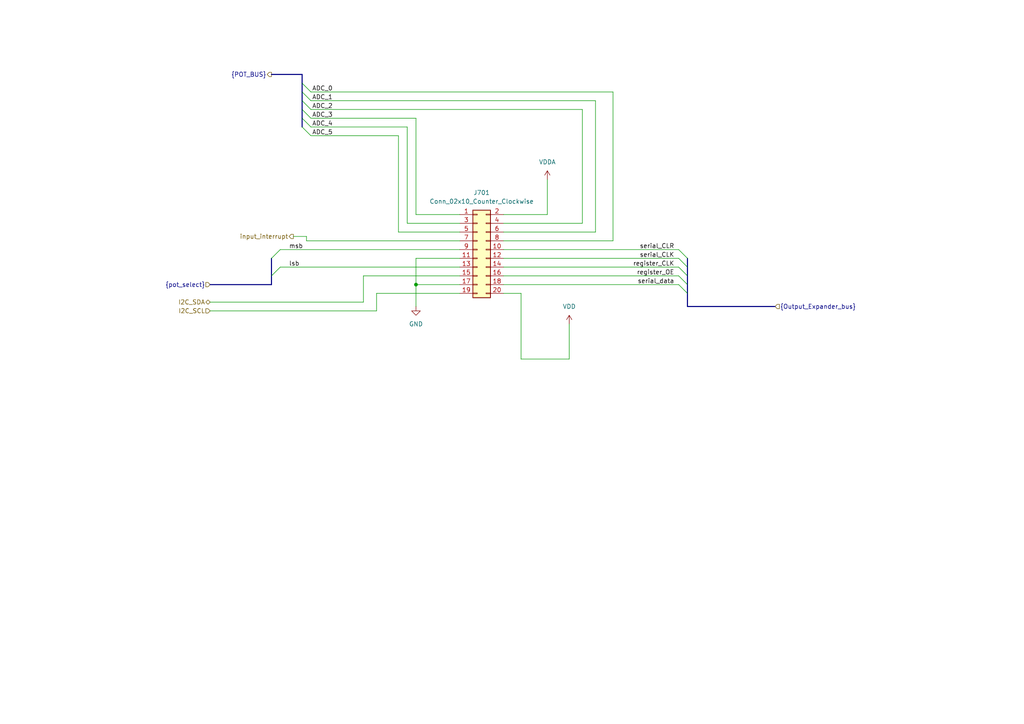
<source format=kicad_sch>
(kicad_sch (version 20230121) (generator eeschema)
  (paper "A4")
  (lib_symbols
    (symbol "Connector_Generic:Conn_02x10_Odd_Even" (pin_names (offset 1.016) hide)
      (property "Reference" "J" (at 1.27 12.7 0))
      (property "Value" "Conn_02x10_Odd_Even" (at 1.27 -15.24 0))
      (symbol "Conn_02x10_Odd_Even_1_1"
        (rectangle (start -1.27 -12.573) (end 0 -12.827) (stroke (width 0.1524)))
        (rectangle (start -1.27 -10.033) (end 0 -10.287) (stroke (width 0.1524)))
        (rectangle (start -1.27 -7.493) (end 0 -7.747) (stroke (width 0.1524)))
        (rectangle (start -1.27 -4.953) (end 0 -5.207) (stroke (width 0.1524)))
        (rectangle (start -1.27 -2.413) (end 0 -2.667) (stroke (width 0.1524)))
        (rectangle (start -1.27 0.127) (end 0 -0.127) (stroke (width 0.1524)))
        (rectangle (start -1.27 2.667) (end 0 2.413) (stroke (width 0.1524)))
        (rectangle (start -1.27 5.207) (end 0 4.953) (stroke (width 0.1524)))
        (rectangle (start -1.27 7.747) (end 0 7.493) (stroke (width 0.1524)))
        (rectangle (start -1.27 10.287) (end 0 10.033) (stroke (width 0.1524)))
        (rectangle (start -1.27 11.43) (end 3.81 -13.97) (stroke (width 0.254)) (fill (type background)))
        (rectangle (start 3.81 -12.573) (end 2.54 -12.827) (stroke (width 0.1524)))
        (rectangle (start 3.81 -10.033) (end 2.54 -10.287) (stroke (width 0.1524)))
        (rectangle (start 3.81 -7.493) (end 2.54 -7.747) (stroke (width 0.1524)))
        (rectangle (start 3.81 -4.953) (end 2.54 -5.207) (stroke (width 0.1524)))
        (rectangle (start 3.81 -2.413) (end 2.54 -2.667) (stroke (width 0.1524)))
        (rectangle (start 3.81 0.127) (end 2.54 -0.127) (stroke (width 0.1524)))
        (rectangle (start 3.81 2.667) (end 2.54 2.413) (stroke (width 0.1524)))
        (rectangle (start 3.81 5.207) (end 2.54 4.953) (stroke (width 0.1524)))
        (rectangle (start 3.81 7.747) (end 2.54 7.493) (stroke (width 0.1524)))
        (rectangle (start 3.81 10.287) (end 2.54 10.033) (stroke (width 0.1524)))
        (pin passive line (at -5.08 10.16 0) (length 3.81) (name "Pin_1") (number "1"))
        (pin passive line (at 7.62 0 180) (length 3.81) (name "Pin_10") (number "10"))
        (pin passive line (at -5.08 -2.54 0) (length 3.81) (name "Pin_11") (number "11"))
        (pin passive line (at 7.62 -2.54 180) (length 3.81) (name "Pin_12") (number "12"))
        (pin passive line (at -5.08 -5.08 0) (length 3.81) (name "Pin_13") (number "13"))
        (pin passive line (at 7.62 -5.08 180) (length 3.81) (name "Pin_14") (number "14"))
        (pin passive line (at -5.08 -7.62 0) (length 3.81) (name "Pin_15") (number "15"))
        (pin passive line (at 7.62 -7.62 180) (length 3.81) (name "Pin_16") (number "16"))
        (pin passive line (at -5.08 -10.16 0) (length 3.81) (name "Pin_17") (number "17"))
        (pin passive line (at 7.62 -10.16 180) (length 3.81) (name "Pin_18") (number "18"))
        (pin passive line (at -5.08 -12.7 0) (length 3.81) (name "Pin_19") (number "19"))
        (pin passive line (at 7.62 10.16 180) (length 3.81) (name "Pin_2") (number "2"))
        (pin passive line (at 7.62 -12.7 180) (length 3.81) (name "Pin_20") (number "20"))
        (pin passive line (at -5.08 7.62 0) (length 3.81) (name "Pin_3") (number "3"))
        (pin passive line (at 7.62 7.62 180) (length 3.81) (name "Pin_4") (number "4"))
        (pin passive line (at -5.08 5.08 0) (length 3.81) (name "Pin_5") (number "5"))
        (pin passive line (at 7.62 5.08 180) (length 3.81) (name "Pin_6") (number "6"))
        (pin passive line (at -5.08 2.54 0) (length 3.81) (name "Pin_7") (number "7"))
        (pin passive line (at 7.62 2.54 180) (length 3.81) (name "Pin_8") (number "8"))
        (pin passive line (at -5.08 0 0) (length 3.81) (name "Pin_9") (number "9"))
      )
    )
    (symbol "power:GND" (power) (pin_names (offset 0))
      (property "Value" "GND" (at 0 -3.81 0))
      (symbol "GND_0_1"
        (polyline (pts (xy 0 0) (xy 0 -1.27) (xy 1.27 -1.27) (xy 0 -2.54) (xy -1.27 -1.27) (xy 0 -1.27)))
      )
      (symbol "GND_1_1"
        (pin power_in line (at 0 0 270) (length 0) hide (name "GND") (number "1"))
      )
    )
    (symbol "power:VDD" (power) (pin_names (offset 0))
      (property "Value" "VDD" (at 0 3.81 0))
      (symbol "VDD_0_1"
        (polyline (pts (xy -0.762 1.27) (xy 0 2.54)))
        (polyline (pts (xy 0 0) (xy 0 2.54)))
        (polyline (pts (xy 0 2.54) (xy 0.762 1.27)))
      )
      (symbol "VDD_1_1"
        (pin power_in line (at 0 0 90) (length 0) hide (name "VDD") (number "1"))
      )
    )
    (symbol "power:VDDA" (power) (pin_names (offset 0))
      (property "Value" "VDDA" (at 0 3.81 0))
      (symbol "VDDA_0_1"
        (polyline (pts (xy -0.762 1.27) (xy 0 2.54)))
        (polyline (pts (xy 0 0) (xy 0 2.54)))
        (polyline (pts (xy 0 2.54) (xy 0.762 1.27)))
      )
      (symbol "VDDA_1_1"
        (pin power_in line (at 0 0 90) (length 0) hide (name "VDDA") (number "1"))
      )
    )
  )
  (junction (at 120.65 82.55))
  (bus_entry (at 87.63 31.75) (size 2.54 2.54))
  (bus_entry (at 78.74 80.01) (size 2.54 -2.54))
  (bus_entry (at 196.85 72.39) (size 2.54 2.54))
  (bus_entry (at 87.63 34.29) (size 2.54 2.54))
  (bus_entry (at 196.85 82.55) (size 2.54 2.54))
  (bus_entry (at 196.85 74.93) (size 2.54 2.54))
  (bus_entry (at 87.63 36.83) (size 2.54 2.54))
  (bus_entry (at 196.85 80.01) (size 2.54 2.54))
  (bus_entry (at 87.63 29.21) (size 2.54 2.54))
  (bus_entry (at 196.85 77.47) (size 2.54 2.54))
  (bus_entry (at 87.63 26.67) (size 2.54 2.54))
  (bus_entry (at 87.63 24.13) (size 2.54 2.54))
  (bus_entry (at 81.28 72.39) (size -2.54 2.54))
  (wire (pts (xy 105.41 80.01) (xy 133.35 80.01)))
  (wire (pts (xy 146.05 62.23) (xy 158.75 62.23)))
  (wire (pts (xy 133.35 82.55) (xy 120.65 82.55)))
  (bus (pts (xy 199.39 77.47) (xy 199.39 80.01)))
  (bus (pts (xy 199.39 88.9) (xy 199.39 85.09)))
  (wire (pts (xy 151.13 104.14) (xy 165.1 104.14)))
  (wire (pts (xy 133.35 85.09) (xy 109.22 85.09)))
  (wire (pts (xy 120.65 74.93) (xy 133.35 74.93)))
  (wire (pts (xy 120.65 82.55) (xy 120.65 88.9)))
  (bus (pts (xy 87.63 21.59) (xy 87.63 24.13)))
  (wire (pts (xy 81.28 72.39) (xy 133.35 72.39)))
  (bus (pts (xy 224.79 88.9) (xy 199.39 88.9)))
  (wire (pts (xy 120.65 34.29) (xy 120.65 62.23)))
  (wire (pts (xy 165.1 93.98) (xy 165.1 104.14)))
  (wire (pts (xy 146.05 64.77) (xy 168.91 64.77)))
  (wire (pts (xy 105.41 87.63) (xy 105.41 80.01)))
  (bus (pts (xy 199.39 74.93) (xy 199.39 77.47)))
  (wire (pts (xy 115.57 67.31) (xy 115.57 39.37)))
  (wire (pts (xy 133.35 67.31) (xy 115.57 67.31)))
  (wire (pts (xy 90.17 36.83) (xy 118.11 36.83)))
  (bus (pts (xy 78.74 82.55) (xy 78.74 80.01)))
  (wire (pts (xy 151.13 85.09) (xy 146.05 85.09)))
  (wire (pts (xy 146.05 72.39) (xy 196.85 72.39)))
  (wire (pts (xy 168.91 64.77) (xy 168.91 31.75)))
  (bus (pts (xy 87.63 29.21) (xy 87.63 31.75)))
  (wire (pts (xy 90.17 31.75) (xy 168.91 31.75)))
  (wire (pts (xy 120.65 62.23) (xy 133.35 62.23)))
  (wire (pts (xy 109.22 85.09) (xy 109.22 90.17)))
  (bus (pts (xy 87.63 31.75) (xy 87.63 34.29)))
  (wire (pts (xy 146.05 69.85) (xy 177.8 69.85)))
  (wire (pts (xy 146.05 82.55) (xy 196.85 82.55)))
  (bus (pts (xy 199.39 82.55) (xy 199.39 85.09)))
  (wire (pts (xy 158.75 52.07) (xy 158.75 62.23)))
  (wire (pts (xy 120.65 82.55) (xy 120.65 74.93)))
  (bus (pts (xy 87.63 26.67) (xy 87.63 29.21)))
  (wire (pts (xy 90.17 39.37) (xy 115.57 39.37)))
  (wire (pts (xy 90.17 26.67) (xy 177.8 26.67)))
  (wire (pts (xy 88.9 68.58) (xy 85.09 68.58)))
  (wire (pts (xy 146.05 74.93) (xy 196.85 74.93)))
  (wire (pts (xy 146.05 80.01) (xy 196.85 80.01)))
  (bus (pts (xy 78.74 74.93) (xy 78.74 80.01)))
  (wire (pts (xy 88.9 69.85) (xy 133.35 69.85)))
  (bus (pts (xy 199.39 80.01) (xy 199.39 82.55)))
  (wire (pts (xy 146.05 77.47) (xy 196.85 77.47)))
  (wire (pts (xy 118.11 64.77) (xy 133.35 64.77)))
  (wire (pts (xy 90.17 29.21) (xy 172.72 29.21)))
  (bus (pts (xy 60.96 82.55) (xy 78.74 82.55)))
  (wire (pts (xy 60.96 87.63) (xy 105.41 87.63)))
  (wire (pts (xy 60.96 90.17) (xy 109.22 90.17)))
  (bus (pts (xy 87.63 34.29) (xy 87.63 36.83)))
  (wire (pts (xy 172.72 29.21) (xy 172.72 67.31)))
  (wire (pts (xy 172.72 67.31) (xy 146.05 67.31)))
  (wire (pts (xy 118.11 36.83) (xy 118.11 64.77)))
  (bus (pts (xy 87.63 24.13) (xy 87.63 26.67)))
  (wire (pts (xy 151.13 104.14) (xy 151.13 85.09)))
  (wire (pts (xy 90.17 34.29) (xy 120.65 34.29)))
  (wire (pts (xy 81.28 77.47) (xy 133.35 77.47)))
  (wire (pts (xy 177.8 69.85) (xy 177.8 26.67)))
  (bus (pts (xy 87.63 21.59) (xy 78.74 21.59)))
  (wire (pts (xy 88.9 68.58) (xy 88.9 69.85)))
  (label "serial_CLK" (at 195.58 74.93 180))
  (label "ADC_1" (at 96.52 29.21 180))
  (label "serial_data" (at 195.58 82.55 180))
  (label "ADC_5" (at 96.52 39.37 180))
  (label "register_OE" (at 195.58 80.01 180))
  (label "ADC_0" (at 96.52 26.67 180))
  (label "serial_CLR" (at 195.58 72.39 180))
  (label "msb" (at 83.82 72.39 0))
  (label "lsb" (at 83.82 77.47 0))
  (label "register_CLK" (at 195.58 77.47 180))
  (label "ADC_2" (at 96.52 31.75 180))
  (label "ADC_4" (at 96.52 36.83 180))
  (label "ADC_3" (at 96.52 34.29 180))
  (hierarchical_label "{pot_select}" (shape input) (at 60.96 82.55 180))
  (hierarchical_label "{Output_Expander_bus}" (shape input) (at 224.79 88.9 0))
  (hierarchical_label "input_interrupt" (shape output) (at 85.09 68.58 180))
  (hierarchical_label "I2C_SCL" (shape input) (at 60.96 90.17 180))
  (hierarchical_label "I2C_SDA" (shape bidirectional) (at 60.96 87.63 180))
  (hierarchical_label "{POT_BUS}" (shape output) (at 78.74 21.59 180))
  (symbol (lib_id "power:VDD") (at 165.1 93.98 0) (mirror y) (unit 1)
    (property "Reference" "#PWR0701" (effects hide))
    (property "Value" "VDD" (at 165.1 88.9 0))
  )
  (symbol (lib_id "power:GND") (at 120.65 88.9 0) (mirror y) (unit 1)
    (property "Reference" "#PWR0703" (effects hide))
    (property "Value" "GND" (at 120.65 93.98 0))
  )
  (symbol (lib_id "power:VDDA") (at 158.75 52.07 0) (unit 1)
    (property "Reference" "#PWR0702" (effects hide))
    (property "Value" "VDDA" (at 158.75 46.99 0))
  )
  (symbol (lib_id "Connector_Generic:Conn_02x10_Odd_Even") (at 138.43 72.39 0) (unit 1)
    (property "Reference" "J701" (at 139.7 55.88 0))
    (property "Value" "Conn_02x10_Counter_Clockwise" (at 139.7 58.42 0))
    (property "Footprint" "Connector_PinHeader_2.54mm:PinHeader_2x10_P2.54mm_Horizontal" (effects hide))
  )
)
</source>
